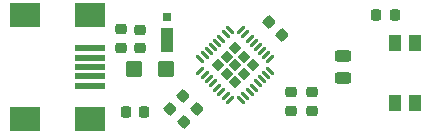
<source format=gbr>
%TF.GenerationSoftware,KiCad,Pcbnew,9.0.2*%
%TF.CreationDate,2025-07-20T14:30:59+05:30*%
%TF.ProjectId,Arduino nano,41726475-696e-46f2-906e-616e6f2e6b69,rev?*%
%TF.SameCoordinates,Original*%
%TF.FileFunction,Paste,Top*%
%TF.FilePolarity,Positive*%
%FSLAX46Y46*%
G04 Gerber Fmt 4.6, Leading zero omitted, Abs format (unit mm)*
G04 Created by KiCad (PCBNEW 9.0.2) date 2025-07-20 14:30:59*
%MOMM*%
%LPD*%
G01*
G04 APERTURE LIST*
G04 Aperture macros list*
%AMRoundRect*
0 Rectangle with rounded corners*
0 $1 Rounding radius*
0 $2 $3 $4 $5 $6 $7 $8 $9 X,Y pos of 4 corners*
0 Add a 4 corners polygon primitive as box body*
4,1,4,$2,$3,$4,$5,$6,$7,$8,$9,$2,$3,0*
0 Add four circle primitives for the rounded corners*
1,1,$1+$1,$2,$3*
1,1,$1+$1,$4,$5*
1,1,$1+$1,$6,$7*
1,1,$1+$1,$8,$9*
0 Add four rect primitives between the rounded corners*
20,1,$1+$1,$2,$3,$4,$5,0*
20,1,$1+$1,$4,$5,$6,$7,0*
20,1,$1+$1,$6,$7,$8,$9,0*
20,1,$1+$1,$8,$9,$2,$3,0*%
G04 Aperture macros list end*
%ADD10RoundRect,0.218750X-0.256250X0.218750X-0.256250X-0.218750X0.256250X-0.218750X0.256250X0.218750X0*%
%ADD11R,1.100000X2.000000*%
%ADD12R,0.800000X0.800000*%
%ADD13R,2.500000X0.500000*%
%ADD14R,2.500000X2.000000*%
%ADD15RoundRect,0.225000X0.335876X0.017678X0.017678X0.335876X-0.335876X-0.017678X-0.017678X-0.335876X0*%
%ADD16RoundRect,0.250000X0.457500X0.445000X-0.457500X0.445000X-0.457500X-0.445000X0.457500X-0.445000X0*%
%ADD17RoundRect,0.218750X-0.218750X-0.256250X0.218750X-0.256250X0.218750X0.256250X-0.218750X0.256250X0*%
%ADD18RoundRect,0.243750X-0.456250X0.243750X-0.456250X-0.243750X0.456250X-0.243750X0.456250X0.243750X0*%
%ADD19RoundRect,0.225000X-0.017678X0.335876X-0.335876X0.017678X0.017678X-0.335876X0.335876X-0.017678X0*%
%ADD20RoundRect,0.225000X-0.250000X0.225000X-0.250000X-0.225000X0.250000X-0.225000X0.250000X0.225000X0*%
%ADD21R,1.000000X1.450000*%
%ADD22RoundRect,0.218750X0.218750X0.256250X-0.218750X0.256250X-0.218750X-0.256250X0.218750X-0.256250X0*%
%ADD23RoundRect,0.207500X0.000000X0.293449X-0.293449X0.000000X0.000000X-0.293449X0.293449X0.000000X0*%
%ADD24RoundRect,0.062500X0.220971X0.309359X-0.309359X-0.220971X-0.220971X-0.309359X0.309359X0.220971X0*%
%ADD25RoundRect,0.062500X-0.220971X0.309359X-0.309359X0.220971X0.220971X-0.309359X0.309359X-0.220971X0*%
G04 APERTURE END LIST*
D10*
%TO.C,R2*%
X214400000Y-91112499D03*
X214400000Y-92687501D03*
%TD*%
D11*
%TO.C,D3*%
X203900000Y-86680000D03*
D12*
X203900000Y-84780000D03*
%TD*%
D13*
%TO.C,J1*%
X197400000Y-87400000D03*
X197400000Y-88200000D03*
X197400000Y-89000000D03*
X197400000Y-89800000D03*
X197400000Y-90600000D03*
D14*
X197400000Y-84600000D03*
X191900000Y-84600000D03*
X197400000Y-93400000D03*
X191900000Y-93400000D03*
%TD*%
D15*
%TO.C,C2*%
X213648008Y-86248008D03*
X212551992Y-85151992D03*
%TD*%
D16*
%TO.C,C4*%
X203852500Y-89200000D03*
X201147500Y-89200000D03*
%TD*%
D17*
%TO.C,R1*%
X221612499Y-84600000D03*
X223187501Y-84600000D03*
%TD*%
D10*
%TO.C,R3*%
X216200000Y-91112499D03*
X216200000Y-92687501D03*
%TD*%
D18*
%TO.C,D1*%
X218800000Y-88062499D03*
X218800000Y-89937501D03*
%TD*%
D19*
%TO.C,C3*%
X206448008Y-92551992D03*
X205351992Y-93648008D03*
%TD*%
D20*
%TO.C,C10*%
X201600000Y-85825000D03*
X201600000Y-87375000D03*
%TD*%
D19*
%TO.C,C1*%
X205248008Y-91451992D03*
X204151992Y-92548008D03*
%TD*%
D10*
%TO.C,F1*%
X200000000Y-85812499D03*
X200000000Y-87387501D03*
%TD*%
D21*
%TO.C,SW1*%
X223250000Y-92075000D03*
X223250000Y-86925000D03*
X224950000Y-92075000D03*
X224950000Y-86925000D03*
%TD*%
D22*
%TO.C,R4*%
X201987501Y-92800000D03*
X200412499Y-92800000D03*
%TD*%
D23*
%TO.C,U1*%
X211170504Y-88838990D03*
X210442184Y-88110670D03*
X209713864Y-87382350D03*
X210442184Y-89567310D03*
X209713864Y-88838990D03*
X208985544Y-88110670D03*
X209713864Y-90295630D03*
X208985544Y-89567310D03*
X208257224Y-88838990D03*
D24*
X212674874Y-88352854D03*
X212321320Y-87999301D03*
X211967767Y-87645747D03*
X211614213Y-87292194D03*
X211260660Y-86938641D03*
X210907107Y-86585087D03*
X210553553Y-86231534D03*
X210200000Y-85877980D03*
D25*
X209227728Y-85877980D03*
X208874175Y-86231534D03*
X208520621Y-86585087D03*
X208167068Y-86938641D03*
X207813515Y-87292194D03*
X207459961Y-87645747D03*
X207106408Y-87999301D03*
X206752854Y-88352854D03*
D24*
X206752854Y-89325126D03*
X207106408Y-89678679D03*
X207459961Y-90032233D03*
X207813515Y-90385786D03*
X208167068Y-90739339D03*
X208520621Y-91092893D03*
X208874175Y-91446446D03*
X209227728Y-91800000D03*
D25*
X210200000Y-91800000D03*
X210553553Y-91446446D03*
X210907107Y-91092893D03*
X211260660Y-90739339D03*
X211614213Y-90385786D03*
X211967767Y-90032233D03*
X212321320Y-89678679D03*
X212674874Y-89325126D03*
%TD*%
M02*

</source>
